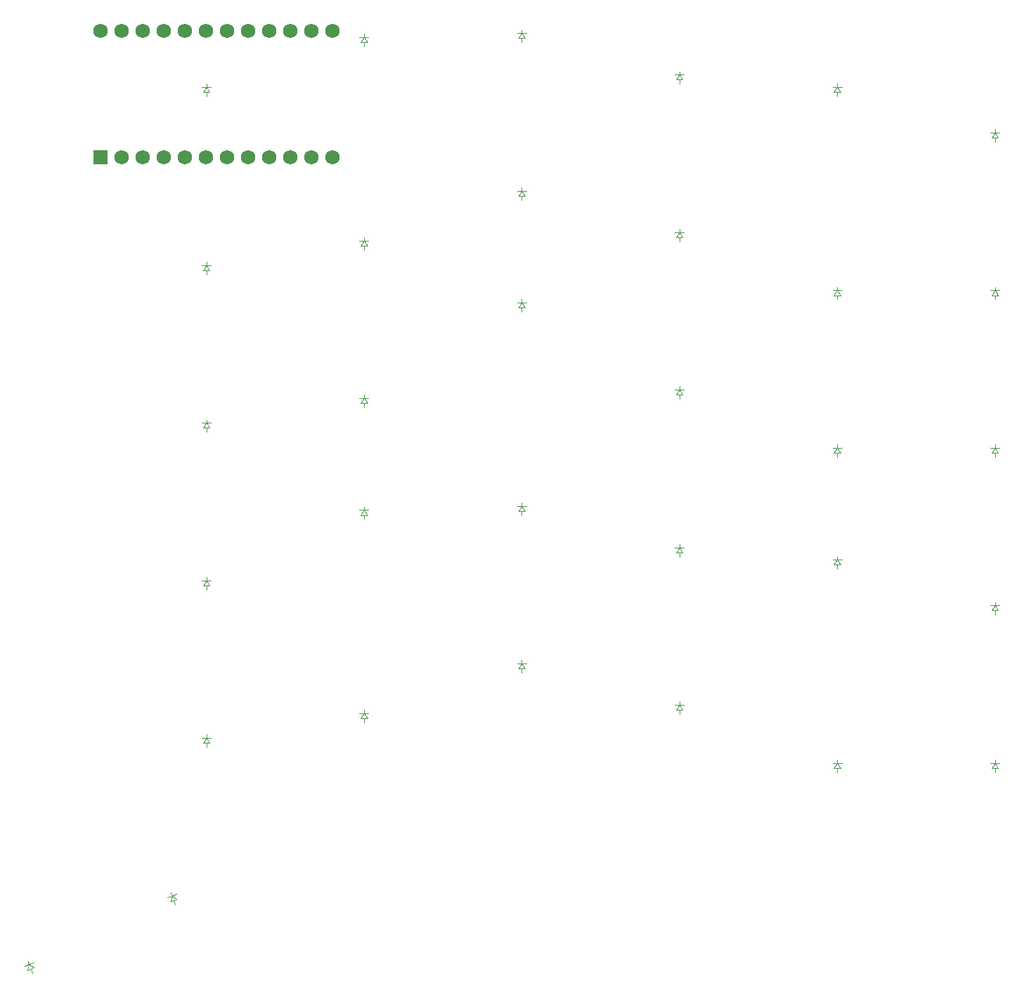
<source format=gbo>
%TF.GenerationSoftware,KiCad,Pcbnew,9.0.6*%
%TF.CreationDate,2025-11-12T17:31:49+01:00*%
%TF.ProjectId,right_finished,72696768-745f-4666-996e-69736865642e,1*%
%TF.SameCoordinates,Original*%
%TF.FileFunction,Legend,Bot*%
%TF.FilePolarity,Positive*%
%FSLAX46Y46*%
G04 Gerber Fmt 4.6, Leading zero omitted, Abs format (unit mm)*
G04 Created by KiCad (PCBNEW 9.0.6) date 2025-11-12 17:31:49*
%MOMM*%
%LPD*%
G01*
G04 APERTURE LIST*
%ADD10C,0.100000*%
%ADD11R,1.752600X1.752600*%
%ADD12C,1.752600*%
G04 APERTURE END LIST*
D10*
%TO.C,D11*%
X232625000Y-135300000D02*
X233025000Y-134700000D01*
X233025000Y-134300000D02*
X233025000Y-134700000D01*
X233025000Y-134700000D02*
X232475000Y-134700000D01*
X233025000Y-134700000D02*
X233425000Y-135300000D01*
X233025000Y-134700000D02*
X233575000Y-134700000D01*
X233025000Y-135300000D02*
X233025000Y-135800000D01*
X233425000Y-135300000D02*
X232625000Y-135300000D01*
%TO.C,D29*%
X194625000Y-92800000D02*
X195025000Y-92200000D01*
X195025000Y-91800000D02*
X195025000Y-92200000D01*
X195025000Y-92200000D02*
X194475000Y-92200000D01*
X195025000Y-92200000D02*
X195425000Y-92800000D01*
X195025000Y-92200000D02*
X195575000Y-92200000D01*
X195025000Y-92800000D02*
X195025000Y-93300000D01*
X195425000Y-92800000D02*
X194625000Y-92800000D01*
%TO.C,D25*%
X251625000Y-155800000D02*
X252025000Y-155200000D01*
X252025000Y-154800000D02*
X252025000Y-155200000D01*
X252025000Y-155200000D02*
X251475000Y-155200000D01*
X252025000Y-155200000D02*
X252425000Y-155800000D01*
X252025000Y-155200000D02*
X252575000Y-155200000D01*
X252025000Y-155800000D02*
X252025000Y-156300000D01*
X252425000Y-155800000D02*
X251625000Y-155800000D01*
%TO.C,D7*%
X251625000Y-142300000D02*
X252025000Y-141700000D01*
X252025000Y-141300000D02*
X252025000Y-141700000D01*
X252025000Y-141700000D02*
X251475000Y-141700000D01*
X252025000Y-141700000D02*
X252425000Y-142300000D01*
X252025000Y-141700000D02*
X252575000Y-141700000D01*
X252025000Y-142300000D02*
X252025000Y-142800000D01*
X252425000Y-142300000D02*
X251625000Y-142300000D01*
%TO.C,D14*%
X213625000Y-168300000D02*
X214025000Y-167700000D01*
X214025000Y-167300000D02*
X214025000Y-167700000D01*
X214025000Y-167700000D02*
X213475000Y-167700000D01*
X214025000Y-167700000D02*
X214425000Y-168300000D01*
X214025000Y-167700000D02*
X214575000Y-167700000D01*
X214025000Y-168300000D02*
X214025000Y-168800000D01*
X214425000Y-168300000D02*
X213625000Y-168300000D01*
%TO.C,D6*%
X251625000Y-180300000D02*
X252025000Y-179700000D01*
X252025000Y-179300000D02*
X252025000Y-179700000D01*
X252025000Y-179700000D02*
X251475000Y-179700000D01*
X252025000Y-179700000D02*
X252425000Y-180300000D01*
X252025000Y-179700000D02*
X252575000Y-179700000D01*
X252025000Y-180300000D02*
X252025000Y-180800000D01*
X252425000Y-180300000D02*
X251625000Y-180300000D01*
%TO.C,D28*%
X194625000Y-149800000D02*
X195025000Y-149200000D01*
X195025000Y-148800000D02*
X195025000Y-149200000D01*
X195025000Y-149200000D02*
X194475000Y-149200000D01*
X195025000Y-149200000D02*
X195425000Y-149800000D01*
X195025000Y-149200000D02*
X195575000Y-149200000D01*
X195025000Y-149800000D02*
X195025000Y-150300000D01*
X195425000Y-149800000D02*
X194625000Y-149800000D01*
%TO.C,D21*%
X175625000Y-177300000D02*
X176025000Y-176700000D01*
X176025000Y-176300000D02*
X176025000Y-176700000D01*
X176025000Y-176700000D02*
X175475000Y-176700000D01*
X176025000Y-176700000D02*
X176425000Y-177300000D01*
X176025000Y-176700000D02*
X176575000Y-176700000D01*
X176025000Y-177300000D02*
X176025000Y-177800000D01*
X176425000Y-177300000D02*
X175625000Y-177300000D01*
%TO.C,D1*%
X270625000Y-180300000D02*
X271025000Y-179700000D01*
X271025000Y-179300000D02*
X271025000Y-179700000D01*
X271025000Y-179700000D02*
X270475000Y-179700000D01*
X271025000Y-179700000D02*
X271425000Y-180300000D01*
X271025000Y-179700000D02*
X271575000Y-179700000D01*
X271025000Y-180300000D02*
X271025000Y-180800000D01*
X271425000Y-180300000D02*
X270625000Y-180300000D01*
%TO.C,D17*%
X213625000Y-92300000D02*
X214025000Y-91700000D01*
X214025000Y-91300000D02*
X214025000Y-91700000D01*
X214025000Y-91700000D02*
X213475000Y-91700000D01*
X214025000Y-91700000D02*
X214425000Y-92300000D01*
X214025000Y-91700000D02*
X214575000Y-91700000D01*
X214025000Y-92300000D02*
X214025000Y-92800000D01*
X214425000Y-92300000D02*
X213625000Y-92300000D01*
%TO.C,D22*%
X175625000Y-158300000D02*
X176025000Y-157700000D01*
X176025000Y-157300000D02*
X176025000Y-157700000D01*
X176025000Y-157700000D02*
X175475000Y-157700000D01*
X176025000Y-157700000D02*
X176425000Y-158300000D01*
X176025000Y-157700000D02*
X176575000Y-157700000D01*
X176025000Y-158300000D02*
X176025000Y-158800000D01*
X176425000Y-158300000D02*
X175625000Y-158300000D01*
%TO.C,D23*%
X175625000Y-139300000D02*
X176025000Y-138700000D01*
X176025000Y-138300000D02*
X176025000Y-138700000D01*
X176025000Y-138700000D02*
X175475000Y-138700000D01*
X176025000Y-138700000D02*
X176425000Y-139300000D01*
X176025000Y-138700000D02*
X176575000Y-138700000D01*
X176025000Y-139300000D02*
X176025000Y-139800000D01*
X176425000Y-139300000D02*
X175625000Y-139300000D01*
%TO.C,D16*%
X213625000Y-111300000D02*
X214025000Y-110700000D01*
X214025000Y-110300000D02*
X214025000Y-110700000D01*
X214025000Y-110700000D02*
X213475000Y-110700000D01*
X214025000Y-110700000D02*
X214425000Y-111300000D01*
X214025000Y-110700000D02*
X214575000Y-110700000D01*
X214025000Y-111300000D02*
X214025000Y-111800000D01*
X214425000Y-111300000D02*
X213625000Y-111300000D01*
%TO.C,D31*%
X171711301Y-196392898D02*
X171881966Y-195692275D01*
X171745158Y-195316398D02*
X171881966Y-195692275D01*
X171881966Y-195692275D02*
X171365135Y-195880386D01*
X171881966Y-195692275D02*
X172398797Y-195504164D01*
X171881966Y-195692275D02*
X172463055Y-196119282D01*
X172087178Y-196256090D02*
X172258188Y-196725936D01*
X172463055Y-196119282D02*
X171711301Y-196392898D01*
%TO.C,D18*%
X194625000Y-174300000D02*
X195025000Y-173700000D01*
X195025000Y-173300000D02*
X195025000Y-173700000D01*
X195025000Y-173700000D02*
X194475000Y-173700000D01*
X195025000Y-173700000D02*
X195425000Y-174300000D01*
X195025000Y-173700000D02*
X195575000Y-173700000D01*
X195025000Y-174300000D02*
X195025000Y-174800000D01*
X195425000Y-174300000D02*
X194625000Y-174300000D01*
%TO.C,D3*%
X270625000Y-142300000D02*
X271025000Y-141700000D01*
X271025000Y-141300000D02*
X271025000Y-141700000D01*
X271025000Y-141700000D02*
X270475000Y-141700000D01*
X271025000Y-141700000D02*
X271425000Y-142300000D01*
X271025000Y-141700000D02*
X271575000Y-141700000D01*
X271025000Y-142300000D02*
X271025000Y-142800000D01*
X271425000Y-142300000D02*
X270625000Y-142300000D01*
%TO.C,D20*%
X194625000Y-117300000D02*
X195025000Y-116700000D01*
X195025000Y-116300000D02*
X195025000Y-116700000D01*
X195025000Y-116700000D02*
X194475000Y-116700000D01*
X195025000Y-116700000D02*
X195425000Y-117300000D01*
X195025000Y-116700000D02*
X195575000Y-116700000D01*
X195025000Y-117300000D02*
X195025000Y-117800000D01*
X195425000Y-117300000D02*
X194625000Y-117300000D01*
%TO.C,D19*%
X194625000Y-136300000D02*
X195025000Y-135700000D01*
X195025000Y-135300000D02*
X195025000Y-135700000D01*
X195025000Y-135700000D02*
X194475000Y-135700000D01*
X195025000Y-135700000D02*
X195425000Y-136300000D01*
X195025000Y-135700000D02*
X195575000Y-135700000D01*
X195025000Y-136300000D02*
X195025000Y-136800000D01*
X195425000Y-136300000D02*
X194625000Y-136300000D01*
%TO.C,D12*%
X232625000Y-116300000D02*
X233025000Y-115700000D01*
X233025000Y-115300000D02*
X233025000Y-115700000D01*
X233025000Y-115700000D02*
X232475000Y-115700000D01*
X233025000Y-115700000D02*
X233425000Y-116300000D01*
X233025000Y-115700000D02*
X233575000Y-115700000D01*
X233025000Y-116300000D02*
X233025000Y-116800000D01*
X233425000Y-116300000D02*
X232625000Y-116300000D01*
%TO.C,D9*%
X232625000Y-173300000D02*
X233025000Y-172700000D01*
X233025000Y-172300000D02*
X233025000Y-172700000D01*
X233025000Y-172700000D02*
X232475000Y-172700000D01*
X233025000Y-172700000D02*
X233425000Y-173300000D01*
X233025000Y-172700000D02*
X233575000Y-172700000D01*
X233025000Y-173300000D02*
X233025000Y-173800000D01*
X233425000Y-173300000D02*
X232625000Y-173300000D01*
%TO.C,D27*%
X213625000Y-124800000D02*
X214025000Y-124200000D01*
X214025000Y-123800000D02*
X214025000Y-124200000D01*
X214025000Y-124200000D02*
X213475000Y-124200000D01*
X214025000Y-124200000D02*
X214425000Y-124800000D01*
X214025000Y-124200000D02*
X214575000Y-124200000D01*
X214025000Y-124800000D02*
X214025000Y-125300000D01*
X214425000Y-124800000D02*
X213625000Y-124800000D01*
%TO.C,D10*%
X232625000Y-154300000D02*
X233025000Y-153700000D01*
X233025000Y-153300000D02*
X233025000Y-153700000D01*
X233025000Y-153700000D02*
X232475000Y-153700000D01*
X233025000Y-153700000D02*
X233425000Y-154300000D01*
X233025000Y-153700000D02*
X233575000Y-153700000D01*
X233025000Y-154300000D02*
X233025000Y-154800000D01*
X233425000Y-154300000D02*
X232625000Y-154300000D01*
%TO.C,D13*%
X232625000Y-97300000D02*
X233025000Y-96700000D01*
X233025000Y-96300000D02*
X233025000Y-96700000D01*
X233025000Y-96700000D02*
X232475000Y-96700000D01*
X233025000Y-96700000D02*
X233425000Y-97300000D01*
X233025000Y-96700000D02*
X233575000Y-96700000D01*
X233025000Y-97300000D02*
X233025000Y-97800000D01*
X233425000Y-97300000D02*
X232625000Y-97300000D01*
%TO.C,D4*%
X270625000Y-123300000D02*
X271025000Y-122700000D01*
X271025000Y-122300000D02*
X271025000Y-122700000D01*
X271025000Y-122700000D02*
X270475000Y-122700000D01*
X271025000Y-122700000D02*
X271425000Y-123300000D01*
X271025000Y-122700000D02*
X271575000Y-122700000D01*
X271025000Y-123300000D02*
X271025000Y-123800000D01*
X271425000Y-123300000D02*
X270625000Y-123300000D01*
%TO.C,D2*%
X270625000Y-161300000D02*
X271025000Y-160700000D01*
X271025000Y-160300000D02*
X271025000Y-160700000D01*
X271025000Y-160700000D02*
X270475000Y-160700000D01*
X271025000Y-160700000D02*
X271425000Y-161300000D01*
X271025000Y-160700000D02*
X271575000Y-160700000D01*
X271025000Y-161300000D02*
X271025000Y-161800000D01*
X271425000Y-161300000D02*
X270625000Y-161300000D01*
%TO.C,D8*%
X251625000Y-123300000D02*
X252025000Y-122700000D01*
X252025000Y-122300000D02*
X252025000Y-122700000D01*
X252025000Y-122700000D02*
X251475000Y-122700000D01*
X252025000Y-122700000D02*
X252425000Y-123300000D01*
X252025000Y-122700000D02*
X252575000Y-122700000D01*
X252025000Y-123300000D02*
X252025000Y-123800000D01*
X252425000Y-123300000D02*
X251625000Y-123300000D01*
%TO.C,D5*%
X270625000Y-104300000D02*
X271025000Y-103700000D01*
X271025000Y-103300000D02*
X271025000Y-103700000D01*
X271025000Y-103700000D02*
X270475000Y-103700000D01*
X271025000Y-103700000D02*
X271425000Y-104300000D01*
X271025000Y-103700000D02*
X271575000Y-103700000D01*
X271025000Y-104300000D02*
X271025000Y-104800000D01*
X271425000Y-104300000D02*
X270625000Y-104300000D01*
%TO.C,D26*%
X251625000Y-98800000D02*
X252025000Y-98200000D01*
X252025000Y-97800000D02*
X252025000Y-98200000D01*
X252025000Y-98200000D02*
X251475000Y-98200000D01*
X252025000Y-98200000D02*
X252425000Y-98800000D01*
X252025000Y-98200000D02*
X252575000Y-98200000D01*
X252025000Y-98800000D02*
X252025000Y-99300000D01*
X252425000Y-98800000D02*
X251625000Y-98800000D01*
%TO.C,D24*%
X175625000Y-120300000D02*
X176025000Y-119700000D01*
X176025000Y-119300000D02*
X176025000Y-119700000D01*
X176025000Y-119700000D02*
X175475000Y-119700000D01*
X176025000Y-119700000D02*
X176425000Y-120300000D01*
X176025000Y-119700000D02*
X176575000Y-119700000D01*
X176025000Y-120300000D02*
X176025000Y-120800000D01*
X176425000Y-120300000D02*
X175625000Y-120300000D01*
%TO.C,D32*%
X154506979Y-204676697D02*
X154677644Y-203976074D01*
X154540836Y-203600197D02*
X154677644Y-203976074D01*
X154677644Y-203976074D02*
X154160813Y-204164185D01*
X154677644Y-203976074D02*
X155194475Y-203787963D01*
X154677644Y-203976074D02*
X155258733Y-204403081D01*
X154882856Y-204539889D02*
X155053866Y-205009735D01*
X155258733Y-204403081D02*
X154506979Y-204676697D01*
%TO.C,D15*%
X213625000Y-149300000D02*
X214025000Y-148700000D01*
X214025000Y-148300000D02*
X214025000Y-148700000D01*
X214025000Y-148700000D02*
X213475000Y-148700000D01*
X214025000Y-148700000D02*
X214425000Y-149300000D01*
X214025000Y-148700000D02*
X214575000Y-148700000D01*
X214025000Y-149300000D02*
X214025000Y-149800000D01*
X214425000Y-149300000D02*
X213625000Y-149300000D01*
%TO.C,D30*%
X175625000Y-98800000D02*
X176025000Y-98200000D01*
X176025000Y-97800000D02*
X176025000Y-98200000D01*
X176025000Y-98200000D02*
X175475000Y-98200000D01*
X176025000Y-98200000D02*
X176425000Y-98800000D01*
X176025000Y-98200000D02*
X176575000Y-98200000D01*
X176025000Y-98800000D02*
X176025000Y-99300000D01*
X176425000Y-98800000D02*
X175625000Y-98800000D01*
%TD*%
D11*
%TO.C,MCU1*%
X163255000Y-106670000D03*
D12*
X165795000Y-106670000D03*
X168335000Y-106670000D03*
X170875000Y-106670000D03*
X173415000Y-106670000D03*
X175955000Y-106670000D03*
X178495000Y-106670000D03*
X181035000Y-106670000D03*
X183575000Y-106670000D03*
X186115000Y-106670000D03*
X188655000Y-106670000D03*
X191195000Y-106670000D03*
X163255000Y-91430000D03*
X165795000Y-91430000D03*
X168335000Y-91430000D03*
X170875000Y-91430000D03*
X173415000Y-91430000D03*
X175955000Y-91430000D03*
X178495000Y-91430000D03*
X181035000Y-91430000D03*
X183575000Y-91430000D03*
X186115000Y-91430000D03*
X188655000Y-91430000D03*
X191195000Y-91430000D03*
%TD*%
M02*

</source>
